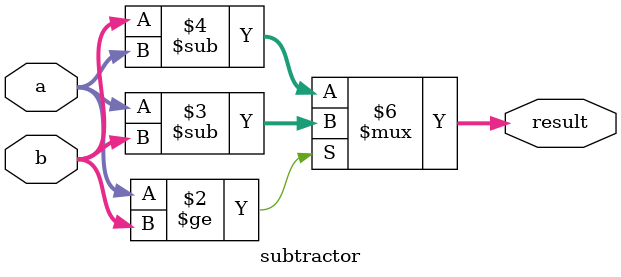
<source format=v>
module verified_fixed_point_substractor #(
    parameter Q = 15,
    parameter N = 32
)
(
    input [N-1:0] a,
    input [N-1:0] b,
    output [N-1:0] c
);

// Internal signals
wire [N-1:0] sum;
wire same_sign;
wire [N-1:0] sub_result;

// Instantiate submodules
sign_detector #(.N(N)) u_sign_detector (
    .a(a),
    .b(b),
    .same_sign(same_sign)
);

adder #(.N(N)) u_adder (
    .a(a[N-2:0]),
    .b(b[N-2:0]),
    .result(sum)
);

subtractor #(.N(N)) u_subtractor (
    .a(a[N-2:0]),
    .b(b[N-2:0]),
    .result(sub_result)
);

// Logic to determine the output based on sign
assign c = (same_sign) ? {a[N-1], sub_result[N-2:0]} : 
           (a[N-1] == 0 && b[N-1] == 1) ? ((a[N-2:0] > b[N-2:0]) ? {1'b0, sum[N-2:0]} : {1'b1, sum[N-2:0]}) :
           (a[N-1] == 1 && b[N-1] == 0) ? ((a[N-2:0] > b[N-2:0]) ? {1'b1, sum[N-2:0]} : {1'b0, sum[N-2:0]}) : 
           0;

endmodule

// Sign detector module
module sign_detector #(
    parameter N = 32
)
(
    input [N-1:0] a,
    input [N-1:0] b,
    output reg same_sign
);
    always @(*) begin
        same_sign = (a[N-1] == b[N-1]);
    end
endmodule

// Adder module
module adder #(
    parameter N = 32
)
(
    input [N-2:0] a,
    input [N-2:0] b,
    output [N-2:0] result
);
    assign result = a + b;
endmodule

// Subtractor module
module subtractor #(
    parameter N = 32
)
(
    input [N-2:0] a,
    input [N-2:0] b,
    output reg [N-2:0] result
);
    always @(*) begin
        if (a >= b)
            result = a - b;
        else
            result = b - a;
    end
endmodule
</source>
